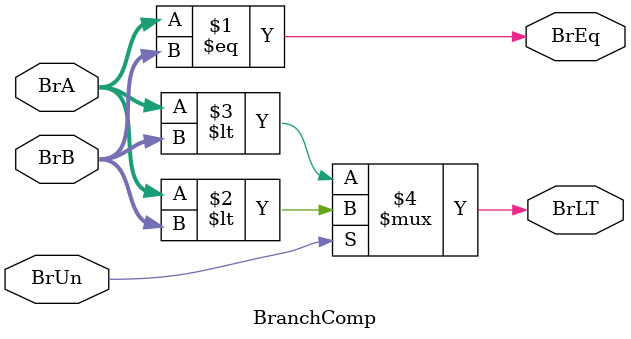
<source format=v>
module BranchComp #(parameter DWIDTH=32)
 (
	input				BrUn,
	input		[DWIDTH-1:0]	BrA,
	input		[DWIDTH-1:0]	BrB,
	output   			BrEq,
	output   			BrLT
 );
	
	assign	BrEq = (BrA==BrB);  
	assign	BrLT = BrUn? (BrA<BrB) : ($signed(BrA)<$signed(BrB));  
			
endmodule


</source>
